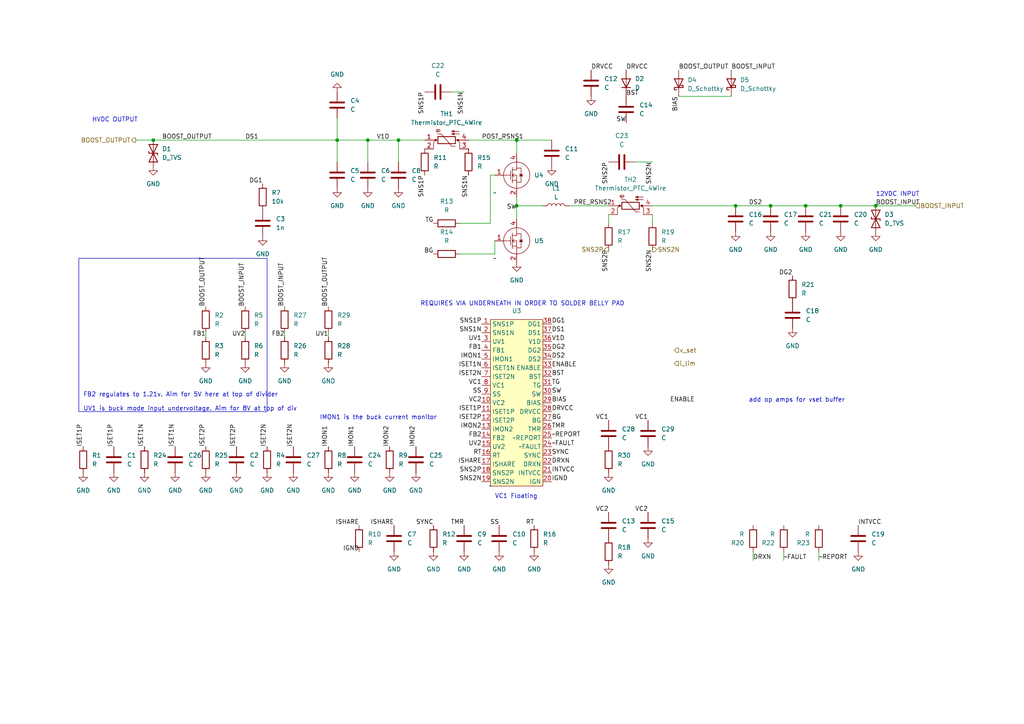
<source format=kicad_sch>
(kicad_sch (version 20230121) (generator eeschema)
  (paper "A4")
  (lib_symbols
    (symbol "Device:C" (pin_numbers hide) (pin_names (offset 0.254))
      (property "Reference" "C" (at 0.635 2.54 0))
      (property "Value" "C" (at 0.635 -2.54 0))
      (symbol "C_1_1"
        (pin passive line (at 0 3.81 270) (length 2.794) (name "~") (number "1"))
        (pin passive line (at 0 -3.81 90) (length 2.794) (name "~") (number "2"))
      )
    )
    (symbol "Device:D" (pin_numbers hide) (pin_names (offset 1.016) hide)
      (property "Reference" "D" (at 0 2.54 0))
      (property "Value" "D" (at 0 -2.54 0))
      (symbol "D_1_1"
        (pin passive line (at -3.81 0 0) (length 2.54) (name "K") (number "1"))
        (pin passive line (at 3.81 0 180) (length 2.54) (name "A") (number "2"))
      )
    )
    (symbol "Device:D_Schottky" (pin_numbers hide) (pin_names (offset 1.016) hide)
      (property "Reference" "D" (at 0 2.54 0))
      (property "Value" "D_Schottky" (at 0 -2.54 0))
      (symbol "D_Schottky_1_1"
        (pin passive line (at -3.81 0 0) (length 2.54) (name "K") (number "1"))
        (pin passive line (at 3.81 0 180) (length 2.54) (name "A") (number "2"))
      )
    )
    (symbol "Device:D_TVS" (pin_numbers hide) (pin_names (offset 1.016) hide)
      (property "Reference" "D" (at 0 2.54 0))
      (property "Value" "D_TVS" (at 0 -2.54 0))
      (symbol "D_TVS_1_1"
        (pin passive line (at -3.81 0 0) (length 2.54) (name "A1") (number "1"))
        (pin passive line (at 3.81 0 180) (length 2.54) (name "A2") (number "2"))
      )
    )
    (symbol "Device:L" (pin_numbers hide) (pin_names (offset 1.016) hide)
      (property "Reference" "L" (at -1.27 0 90))
      (property "Value" "L" (at 1.905 0 90))
      (symbol "L_1_1"
        (pin passive line (at 0 3.81 270) (length 1.27) (name "1") (number "1"))
        (pin passive line (at 0 -3.81 90) (length 1.27) (name "2") (number "2"))
      )
    )
    (symbol "Device:R" (pin_numbers hide) (pin_names (offset 0))
      (property "Reference" "R" (at 2.032 0 90))
      (property "Value" "R" (at 0 0 90))
      (symbol "R_1_1"
        (pin passive line (at 0 3.81 270) (length 1.27) (name "~") (number "1"))
        (pin passive line (at 0 -3.81 90) (length 1.27) (name "~") (number "2"))
      )
    )
    (symbol "Device:Thermistor_PTC_4Wire" (pin_names (offset 0))
      (property "Reference" "TH" (at 1.905 1.905 0))
      (property "Value" "Thermistor_PTC_4Wire" (at 1.905 -0.635 0))
      (symbol "Thermistor_PTC_4Wire_1_1"
        (pin passive line (at 0 6.35 270) (length 2.54) (name "~") (number "1"))
        (pin passive line (at 2.54 6.35 270) (length 2.54) (name "~") (number "2"))
        (pin passive line (at 2.54 -6.35 90) (length 2.54) (name "~") (number "3"))
        (pin passive line (at 0 -6.35 90) (length 2.54) (name "~") (number "4"))
      )
    )
    (symbol "my parts:IPB032N10N5"
      (property "Reference" "U" (at 0 0 0))
      (symbol "IPB032N10N5_1_1"
        (pin input line (at 0 5.08 0) (length 2.54) (name "") (number "1"))
        (pin input line (at 6.35 -1.27 90) (length 2.54) (name "") (number "2"))
        (pin input line (at 6.35 -1.27 90) (length 2.54) hide (name "") (number "3"))
        (pin input line (at 6.35 11.43 270) (length 2.54) (name "") (number "4"))
        (pin input line (at 6.35 -1.27 90) (length 2.54) hide (name "") (number "5"))
        (pin input line (at 6.35 -1.27 90) (length 2.54) hide (name "") (number "6"))
        (pin input line (at 6.35 -1.27 90) (length 2.54) hide (name "") (number "7"))
      )
    )
    (symbol "my parts:LT8228"
      (property "Reference" "U" (at 0 0 0))
      (symbol "LT8228_1_1"
        (pin input line (at -2.54 46.99 0) (length 2.54) (name "SNS1P") (number "1"))
        (pin input line (at -2.54 24.13 0) (length 2.54) (name "VC2") (number "10"))
        (pin input line (at -2.54 21.59 0) (length 2.54) (name "ISET1P") (number "11"))
        (pin input line (at -2.54 19.05 0) (length 2.54) (name "ISET2P") (number "12"))
        (pin input line (at -2.54 16.51 0) (length 2.54) (name "IMON2") (number "13"))
        (pin input line (at -2.54 13.97 0) (length 2.54) (name "FB2") (number "14"))
        (pin input line (at -2.54 11.43 0) (length 2.54) (name "UV2") (number "15"))
        (pin input line (at -2.54 8.89 0) (length 2.54) (name "RT") (number "16"))
        (pin input line (at -2.54 6.35 0) (length 2.54) (name "ISHARE") (number "17"))
        (pin input line (at -2.54 3.81 0) (length 2.54) (name "SNS2P") (number "18"))
        (pin input line (at -2.54 1.27 0) (length 2.54) (name "SNS2N") (number "19"))
        (pin input line (at -2.54 44.45 0) (length 2.54) (name "SNS1N") (number "2"))
        (pin input line (at 17.78 1.27 180) (length 2.54) (name "IGN") (number "20"))
        (pin input line (at 17.78 3.81 180) (length 2.54) (name "INTVCC") (number "21"))
        (pin input line (at 17.78 6.35 180) (length 2.54) (name "DRXN") (number "22"))
        (pin input line (at 17.78 8.89 180) (length 2.54) (name "SYNC") (number "23"))
        (pin input line (at 17.78 11.43 180) (length 2.54) (name "~FAULT") (number "24"))
        (pin input line (at 17.78 13.97 180) (length 2.54) (name "~REPORT") (number "25"))
        (pin input line (at 17.78 16.51 180) (length 2.54) (name "TMR") (number "26"))
        (pin input line (at 17.78 19.05 180) (length 2.54) (name "BG") (number "27"))
        (pin input line (at 17.78 21.59 180) (length 2.54) (name "DRVCC") (number "28"))
        (pin input line (at 17.78 24.13 180) (length 2.54) (name "BIAS") (number "29"))
        (pin input line (at -2.54 41.91 0) (length 2.54) (name "UV1") (number "3"))
        (pin input line (at 17.78 26.67 180) (length 2.54) (name "SW") (number "30"))
        (pin input line (at 17.78 29.21 180) (length 2.54) (name "TG") (number "31"))
        (pin input line (at 17.78 31.75 180) (length 2.54) (name "BST") (number "32"))
        (pin input line (at 17.78 34.29 180) (length 2.54) (name "ENABLE") (number "33"))
        (pin input line (at 17.78 36.83 180) (length 2.54) (name "DS2") (number "34"))
        (pin input line (at 17.78 39.37 180) (length 2.54) (name "DG2") (number "35"))
        (pin input line (at 17.78 41.91 180) (length 2.54) (name "V1D") (number "36"))
        (pin input line (at 17.78 44.45 180) (length 2.54) (name "DS1") (number "37"))
        (pin input line (at 17.78 46.99 180) (length 2.54) (name "DG1") (number "38"))
        (pin input line (at -2.54 39.37 0) (length 2.54) (name "FB1") (number "4"))
        (pin input line (at -2.54 36.83 0) (length 2.54) (name "IMON1") (number "5"))
        (pin input line (at -2.54 34.29 0) (length 2.54) (name "ISET1N") (number "6"))
        (pin input line (at -2.54 31.75 0) (length 2.54) (name "ISET2N") (number "7"))
        (pin input line (at -2.54 29.21 0) (length 2.54) (name "VC1") (number "8"))
        (pin input line (at -2.54 26.67 0) (length 2.54) (name "SS") (number "9"))
      )
    )
    (symbol "power:GND" (power) (pin_names (offset 0))
      (property "Value" "GND" (at 0 -3.81 0))
      (symbol "GND_1_1"
        (pin power_in line (at 0 0 270) (length 0) hide (name "GND") (number "1"))
      )
    )
  )
  (junction (at 149.86 59.69))
  (junction (at 106.68 40.64))
  (junction (at 233.68 59.69))
  (junction (at 44.45 40.64))
  (junction (at 115.57 40.64))
  (junction (at 149.86 40.64))
  (junction (at 223.52 59.69))
  (junction (at 243.84 59.69))
  (junction (at 213.36 59.69))
  (junction (at 97.79 40.64))
  (junction (at 254 59.69))
  (wire (pts (xy 237.49 160.02) (xy 237.49 162.56)))
  (wire (pts (xy 176.53 64.77) (xy 176.53 62.23)))
  (wire (pts (xy 142.24 50.8) (xy 142.24 64.77)))
  (wire (pts (xy 142.24 64.77) (xy 133.35 64.77)))
  (wire (pts (xy 115.57 40.64) (xy 115.57 46.99)))
  (wire (pts (xy 82.55 96.52) (xy 82.55 97.79)))
  (wire (pts (xy 189.23 64.77) (xy 189.23 62.23)))
  (wire (pts (xy 213.36 59.69) (xy 223.52 59.69)))
  (wire (pts (xy 227.33 160.02) (xy 227.33 162.56)))
  (wire (pts (xy 223.52 59.69) (xy 233.68 59.69)))
  (wire (pts (xy 243.84 59.69) (xy 254 59.69)))
  (wire (pts (xy 233.68 59.69) (xy 243.84 59.69)))
  (wire (pts (xy 97.79 34.29) (xy 97.79 40.64)))
  (wire (pts (xy 106.68 40.64) (xy 106.68 46.99)))
  (wire (pts (xy 184.15 46.99) (xy 189.23 46.99)))
  (wire (pts (xy 143.51 73.66) (xy 143.51 69.85)))
  (wire (pts (xy 149.86 40.64) (xy 160.02 40.64)))
  (wire (pts (xy 39.37 40.64) (xy 44.45 40.64)))
  (wire (pts (xy 115.57 40.64) (xy 123.19 40.64)))
  (wire (pts (xy 149.86 40.64) (xy 149.86 44.45)))
  (wire (pts (xy 133.35 73.66) (xy 143.51 73.66)))
  (wire (pts (xy 149.86 59.69) (xy 149.86 63.5)))
  (wire (pts (xy 59.69 96.52) (xy 59.69 97.79)))
  (wire (pts (xy 44.45 40.64) (xy 97.79 40.64)))
  (wire (pts (xy 149.86 57.15) (xy 149.86 59.69)))
  (wire (pts (xy 196.85 27.94) (xy 212.09 27.94)))
  (wire (pts (xy 165.1 59.69) (xy 176.53 59.69)))
  (wire (pts (xy 149.86 59.69) (xy 157.48 59.69)))
  (wire (pts (xy 106.68 40.64) (xy 115.57 40.64)))
  (wire (pts (xy 95.25 96.52) (xy 95.25 97.79)))
  (wire (pts (xy 143.51 50.8) (xy 142.24 50.8)))
  (wire (pts (xy 71.12 96.52) (xy 71.12 97.79)))
  (wire (pts (xy 189.23 59.69) (xy 213.36 59.69)))
  (wire (pts (xy 97.79 40.64) (xy 106.68 40.64)))
  (wire (pts (xy 130.81 26.67) (xy 134.62 26.67)))
  (wire (pts (xy 218.44 162.56) (xy 218.44 160.02)))
  (wire (pts (xy 135.89 40.64) (xy 149.86 40.64)))
  (wire (pts (xy 97.79 40.64) (xy 97.79 46.99)))
  (wire (pts (xy 254 59.69) (xy 265.43 59.69)))
  (rectangle (start 22.86 74.93) (end 77.47 119.38))
  (text "IMON1 is the buck current monitor" (at 92.71 121.92 0) (effects (font (size 1.27 1.27)) (justify left bottom)))
  (text "REQUIRES VIA UNDERNEATH IN ORDER TO SOLDER BELLY PAD" (at 121.92 88.9 0) (effects (font (size 1.27 1.27)) (justify left bottom)))
  (text "HVDC OUTPUT" (at 26.67 35.56 0) (effects (font (size 1.27 1.27)) (justify left bottom)))
  (text "VC1 Floating\n" (at 143.51 144.78 0) (effects (font (size 1.27 1.27)) (justify left bottom)))
  (text "FB2 regulates to 1.21v. Aim for 5V here at top of divider\n\nUV1 is buck mode input undervoltage. Aim for 8V at top of div" (at 24.13 119.38 0) (effects (font (size 1.27 1.27)) (justify left bottom)))
  (text "add op amps for vset buffer" (at 217.17 116.84 0) (effects (font (size 1.27 1.27)) (justify left bottom)))
  (text "12VDC INPUT\n" (at 254 57.15 0) (effects (font (size 1.27 1.27)) (justify left bottom)))
  (label "SW" (at 181.61 35.56 180))
  (label "SS" (at 139.7 114.3 180))
  (label "VC2" (at 139.7 116.84 180))
  (label "SNS2N" (at 139.7 139.7 180))
  (label "~REPORT" (at 237.49 162.56 0))
  (label "IMON1" (at 139.7 104.14 180))
  (label "IGND" (at 104.14 160.02 180))
  (label "ENABLE" (at 160.02 106.68 0))
  (label "PRE_RSNS2" (at 166.37 59.69 0))
  (label "SNS2N" (at 189.23 72.39 270))
  (label "IMON2" (at 113.03 129.54 90))
  (label "IMON1" (at 95.25 129.54 90))
  (label "SNS2P" (at 139.7 137.16 180))
  (label "TG" (at 160.02 111.76 0))
  (label "IMON1" (at 102.87 129.54 90))
  (label "ISHARE" (at 139.7 134.62 180))
  (label "SNS1N" (at 139.7 96.52 180))
  (label "ISET1N" (at 41.91 129.54 90))
  (label "ISET2N" (at 77.47 129.54 90))
  (label "SNS1N" (at 135.89 50.8 270))
  (label "ISET2N" (at 139.7 109.22 180))
  (label "BOOST_OUTPUT" (at 196.85 20.32 0))
  (label "UV2" (at 139.7 129.54 180))
  (label "SNS2P" (at 176.53 46.99 270))
  (label "ISHARE" (at 104.14 152.4 180))
  (label "SNS1P" (at 123.19 26.67 270))
  (label "FB2" (at 82.55 97.79 180))
  (label "BOOST_OUTPUT" (at 95.25 88.9 90))
  (label "RT" (at 154.94 152.4 180))
  (label "RT" (at 139.7 132.08 180))
  (label "ISET2P" (at 59.69 129.54 90))
  (label "TG" (at 125.73 64.77 180))
  (label "ISET1P" (at 139.7 119.38 180))
  (label "VC1" (at 187.96 121.92 180))
  (label "DRVCC" (at 181.61 20.32 0))
  (label "V1D" (at 109.22 40.64 0))
  (label "SNS1P" (at 123.19 50.8 270))
  (label "UV1" (at 95.25 97.79 180))
  (label "SNS1N" (at 134.62 26.67 270))
  (label "BG" (at 125.73 73.66 180))
  (label "SYNC" (at 160.02 132.08 0))
  (label "VC2" (at 176.53 148.59 180))
  (label "ISET2N" (at 85.09 129.54 90))
  (label "DG2" (at 160.02 101.6 0))
  (label "SW" (at 160.02 114.3 0))
  (label "SNS1P" (at 139.7 93.98 180))
  (label "POST_RSNS1" (at 139.7 40.64 0))
  (label "DS1" (at 160.02 96.52 0))
  (label "UV1" (at 139.7 99.06 180))
  (label "BOOST_INPUT" (at 71.12 88.9 90))
  (label "ISHARE" (at 114.3 152.4 180))
  (label "BOOST_INPUT" (at 82.55 88.9 90))
  (label "SYNC" (at 125.73 152.4 180))
  (label "DS2" (at 160.02 104.14 0))
  (label "DRXN" (at 218.44 162.56 0))
  (label "V1D" (at 160.02 99.06 0))
  (label "IMON2" (at 120.65 129.54 90))
  (label "UV2" (at 71.12 97.79 180))
  (label "FB2" (at 139.7 127 180))
  (label "SNS2P" (at 176.53 72.39 270))
  (label "TMR" (at 134.62 152.4 180))
  (label "ISET1P" (at 33.02 129.54 90))
  (label "DRXN" (at 160.02 134.62 0))
  (label "SNS2N" (at 189.23 46.99 270))
  (label "BOOST_INPUT" (at 212.09 20.32 0))
  (label "VC1" (at 139.7 111.76 180))
  (label "BOOST_OUTPUT" (at 59.69 88.9 90))
  (label "FB1" (at 139.7 101.6 180))
  (label "ISET2P" (at 68.58 129.54 90))
  (label "~FAULT" (at 160.02 129.54 0))
  (label "IMON2" (at 139.7 124.46 180))
  (label "~FAULT" (at 227.33 162.56 0))
  (label "DG1" (at 76.2 53.34 180))
  (label "DS2" (at 217.17 59.69 0))
  (label "DRVCC" (at 160.02 119.38 0))
  (label "IGND" (at 160.02 139.7 0))
  (label "ISET1N" (at 50.8 129.54 90))
  (label "ENABLE" (at 194.31 116.84 0))
  (label "TMR" (at 160.02 124.46 0))
  (label "BOOST_INPUT" (at 254 59.69 0))
  (label "~REPORT" (at 160.02 127 0))
  (label "BST" (at 160.02 109.22 0))
  (label "ISET1P" (at 24.13 129.54 90))
  (label "SS" (at 144.78 152.4 180))
  (label "ISET1N" (at 139.7 106.68 180))
  (label "FB1" (at 59.69 97.79 180))
  (label "DRVCC" (at 171.45 20.32 0))
  (label "DG1" (at 160.02 93.98 0))
  (label "DS1" (at 71.12 40.64 0))
  (label "ISET2P" (at 139.7 121.92 180))
  (label "DG2" (at 229.87 80.01 180))
  (label "BIAS" (at 160.02 116.84 0))
  (label "VC1" (at 176.53 121.92 180))
  (label "INTVCC" (at 248.92 152.4 0))
  (label "BOOST_OUTPUT" (at 46.99 40.64 0))
  (label "BIAS" (at 196.85 27.94 270))
  (label "BST" (at 181.61 27.94 0))
  (label "VC2" (at 187.96 148.59 180))
  (label "INTVCC" (at 160.02 137.16 0))
  (label "SW" (at 149.86 60.96 180))
  (label "BG" (at 160.02 121.92 0))
  (hierarchical_label "SNS2N" (shape output) (at 189.23 72.39 0))
  (hierarchical_label "i_lim" (shape input) (at 195.58 105.41 0))
  (hierarchical_label "BOOST_INPUT" (shape input) (at 265.43 59.69 0))
  (hierarchical_label "v_set" (shape input) (at 195.58 101.6 0))
  (hierarchical_label "SNS2P" (shape output) (at 176.53 72.39 180))
  (hierarchical_label "BOOST_OUTPUT" (shape output) (at 39.37 40.64 180))
  (symbol (lib_id "power:GND") (at 68.58 137.16 0) (unit 1)
    (property "Reference" "#PWR06" (effects hide))
    (property "Value" "GND" (at 68.58 142.24 0))
    (instances (project "fuck_it_psu-2" (path "" (reference "#PWR06") (unit 1))) (project "hp_common_slot" (path "" (reference "#PWR020") (unit 1))))
  )
  (symbol (lib_id "my parts:LT8228") (at 142.24 140.97 0) (unit 1)
    (property "Reference" "U3" (at 149.86 90.17 0))
    (property "Value" "~" (at 142.24 140.97 0))
    (property "Footprint" "Package_SO:TSSOP-38_4.4x9.7mm_P0.5mm" (effects hide))
    (instances (project "fuck_it_psu-2" (path "" (reference "U3") (unit 1))) (project "hp_common_slot" (path "" (reference "U1") (unit 1)) (path "" (reference "U2") (unit 1)) (path "" (reference "U4") (unit 1))))
  )
  (symbol (lib_id "Device:C") (at 176.53 152.4 0) (unit 1)
    (property "Reference" "C13" (at 180.34 151.13 0) (effects (justify left)))
    (property "Value" "C" (at 180.34 153.67 0) (effects (justify left)))
    (property "Footprint" "Capacitor_SMD:C_0603_1608Metric_Pad1.08x0.95mm_HandSolder" (effects hide))
    (instances (project "fuck_it_psu-2" (path "" (reference "C13") (unit 1))) (project "hp_common_slot" (path "" (reference "C24") (unit 1))))
  )
  (symbol (lib_id "power:GND") (at 82.55 105.41 0) (unit 1)
    (property "Reference" "#PWR010" (effects hide))
    (property "Value" "GND" (at 82.55 110.49 0))
    (instances (project "fuck_it_psu-2" (path "" (reference "#PWR010") (unit 1))) (project "hp_common_slot" (path "" (reference "#PWR039") (unit 1))))
  )
  (symbol (lib_id "power:GND") (at 187.96 129.54 0) (unit 1)
    (property "Reference" "#PWR041" (effects hide))
    (property "Value" "GND" (at 187.96 134.62 0))
    (instances (project "fuck_it_psu-2" (path "" (reference "#PWR041") (unit 1))) (project "hp_common_slot" (path "" (reference "#PWR035") (unit 1))))
  )
  (symbol (lib_id "power:GND") (at 176.53 163.83 0) (unit 1)
    (property "Reference" "#PWR025" (effects hide))
    (property "Value" "GND" (at 176.53 168.91 0))
    (instances (project "fuck_it_psu-2" (path "" (reference "#PWR025") (unit 1))) (project "hp_common_slot" (path "" (reference "#PWR034") (unit 1))))
  )
  (symbol (lib_id "Device:R") (at 82.55 101.6 180) (unit 1)
    (property "Reference" "R26" (at 85.09 100.33 0) (effects (justify right)))
    (property "Value" "R" (at 85.09 102.87 0) (effects (justify right)))
    (property "Footprint" "Resistor_SMD:R_0603_1608Metric_Pad0.98x0.95mm_HandSolder" (effects hide))
    (instances (project "fuck_it_psu-2" (path "" (reference "R26") (unit 1))) (project "hp_common_slot" (path "" (reference "R30") (unit 1))))
  )
  (symbol (lib_id "Device:C") (at 76.2 64.77 0) (unit 1)
    (property "Reference" "C3" (at 80.01 63.5 0) (effects (justify left)))
    (property "Value" "1n" (at 80.01 66.04 0) (effects (justify left)))
    (property "Footprint" "Capacitor_SMD:C_0603_1608Metric_Pad1.08x0.95mm_HandSolder" (effects hide))
    (instances (project "fuck_it_psu-2" (path "" (reference "C3") (unit 1))) (project "hp_common_slot" (path "" (reference "C8") (unit 1))))
  )
  (symbol (lib_id "Device:R") (at 95.25 101.6 180) (unit 1)
    (property "Reference" "R28" (at 97.79 100.33 0) (effects (justify right)))
    (property "Value" "R" (at 97.79 102.87 0) (effects (justify right)))
    (property "Footprint" "Resistor_SMD:R_0603_1608Metric_Pad0.98x0.95mm_HandSolder" (effects hide))
    (instances (project "fuck_it_psu-2" (path "" (reference "R28") (unit 1))) (project "hp_common_slot" (path "" (reference "R30") (unit 1))))
  )
  (symbol (lib_id "power:GND") (at 59.69 137.16 0) (unit 1)
    (property "Reference" "#PWR05" (effects hide))
    (property "Value" "GND" (at 59.69 142.24 0))
    (instances (project "fuck_it_psu-2" (path "" (reference "#PWR05") (unit 1))) (project "hp_common_slot" (path "" (reference "#PWR019") (unit 1))))
  )
  (symbol (lib_id "Device:C") (at 85.09 133.35 0) (unit 1)
    (property "Reference" "C27" (at 88.9 132.08 0) (effects (justify left)))
    (property "Value" "C" (at 88.9 134.62 0) (effects (justify left)))
    (property "Footprint" "Capacitor_SMD:C_0603_1608Metric_Pad1.08x0.95mm_HandSolder" (effects hide))
    (instances (project "fuck_it_psu-2" (path "" (reference "C27") (unit 1))) (project "hp_common_slot" (path "" (reference "C13") (unit 1))))
  )
  (symbol (lib_id "power:GND") (at 115.57 54.61 0) (unit 1)
    (property "Reference" "#PWR017" (effects hide))
    (property "Value" "GND" (at 115.57 59.69 0))
    (instances (project "fuck_it_psu-2" (path "" (reference "#PWR017") (unit 1))) (project "hp_common_slot" (path "" (reference "#PWR04") (unit 1))))
  )
  (symbol (lib_id "Device:R") (at 237.49 156.21 0) (unit 1)
    (property "Reference" "R23" (at 234.95 157.48 0) (effects (justify right)))
    (property "Value" "R" (at 234.95 154.94 0) (effects (justify right)))
    (property "Footprint" "Resistor_SMD:R_0603_1608Metric_Pad0.98x0.95mm_HandSolder" (effects hide))
    (instances (project "fuck_it_psu-2" (path "" (reference "R23") (unit 1))) (project "hp_common_slot" (path "" (reference "R28") (unit 1))))
  )
  (symbol (lib_id "power:GND") (at 149.86 76.2 0) (unit 1)
    (property "Reference" "#PWR021" (effects hide))
    (property "Value" "GND" (at 149.86 81.28 0))
    (instances (project "fuck_it_psu-2" (path "" (reference "#PWR021") (unit 1))) (project "hp_common_slot" (path "" (reference "#PWR08") (unit 1))))
  )
  (symbol (lib_id "Device:R") (at 76.2 57.15 180) (unit 1)
    (property "Reference" "R7" (at 78.74 55.88 0) (effects (justify right)))
    (property "Value" "10k" (at 78.74 58.42 0) (effects (justify right)))
    (property "Footprint" "Resistor_SMD:R_0603_1608Metric_Pad0.98x0.95mm_HandSolder" (effects hide))
    (instances (project "fuck_it_psu-2" (path "" (reference "R7") (unit 1))) (project "hp_common_slot" (path "" (reference "R3") (unit 1))))
  )
  (symbol (lib_id "Device:R") (at 123.19 46.99 180) (unit 1)
    (property "Reference" "R11" (at 125.73 45.72 0) (effects (justify right)))
    (property "Value" "R" (at 125.73 48.26 0) (effects (justify right)))
    (property "Footprint" "Resistor_SMD:R_0603_1608Metric_Pad0.98x0.95mm_HandSolder" (effects hide))
    (instances (project "fuck_it_psu-2" (path "" (reference "R11") (unit 1))) (project "hp_common_slot" (path "" (reference "R4") (unit 1))))
  )
  (symbol (lib_id "power:GND") (at 125.73 160.02 0) (unit 1)
    (property "Reference" "#PWR018" (effects hide))
    (property "Value" "GND" (at 125.73 165.1 0))
    (instances (project "fuck_it_psu-2" (path "" (reference "#PWR018") (unit 1))) (project "hp_common_slot" (path "" (reference "#PWR028") (unit 1))))
  )
  (symbol (lib_id "Device:L") (at 161.29 59.69 90) (unit 1)
    (property "Reference" "L1" (at 161.29 54.61 90))
    (property "Value" "L" (at 161.29 57.15 90))
    (property "Footprint" "Inductor_SMD:L_Coilcraft_XAL1580-102" (effects hide))
  )
  (symbol (lib_id "power:GND") (at 24.13 137.16 0) (unit 1)
    (property "Reference" "#PWR01" (effects hide))
    (property "Value" "GND" (at 24.13 142.24 0))
    (instances (project "fuck_it_psu-2" (path "" (reference "#PWR01") (unit 1))) (project "hp_common_slot" (path "" (reference "#PWR015") (unit 1))))
  )
  (symbol (lib_id "Device:C") (at 180.34 46.99 90) (unit 1)
    (property "Reference" "C23" (at 180.34 39.37 90))
    (property "Value" "C" (at 180.34 41.91 90))
    (property "Footprint" "Capacitor_SMD:C_0603_1608Metric_Pad1.08x0.95mm_HandSolder" (effects hide))
    (instances (project "fuck_it_psu-2" (path "" (reference "C23") (unit 1))) (project "hp_common_slot" (path "" (reference "C9") (unit 1))))
  )
  (symbol (lib_id "my parts:IPB032N10N5") (at 143.51 74.93 0) (unit 1)
    (property "Reference" "U5" (at 154.94 69.85 0) (effects (justify left)))
    (property "Value" "~" (at 143.51 74.93 0))
    (property "Footprint" "Package_TO_SOT_SMD:TO-263-6" (effects hide))
    (instances (project "fuck_it_psu-2" (path "" (reference "U5") (unit 1))) (project "hp_common_slot" (path "" (reference "U2") (unit 1)) (path "" (reference "U1") (unit 1)) (path "" (reference "U7") (unit 1))))
  )
  (symbol (lib_id "Device:R") (at 95.25 92.71 180) (unit 1)
    (property "Reference" "R29" (at 97.79 91.44 0) (effects (justify right)))
    (property "Value" "R" (at 97.79 93.98 0) (effects (justify right)))
    (property "Footprint" "Resistor_SMD:R_0603_1608Metric_Pad0.98x0.95mm_HandSolder" (effects hide))
    (instances (project "fuck_it_psu-2" (path "" (reference "R29") (unit 1))) (project "hp_common_slot" (path "" (reference "R30") (unit 1))))
  )
  (symbol (lib_id "power:GND") (at 144.78 160.02 0) (unit 1)
    (property "Reference" "#PWR020" (effects hide))
    (property "Value" "GND" (at 144.78 165.1 0))
    (instances (project "fuck_it_psu-2" (path "" (reference "#PWR020") (unit 1))) (project "hp_common_slot" (path "" (reference "#PWR030") (unit 1))))
  )
  (symbol (lib_id "Device:R") (at 41.91 133.35 180) (unit 1)
    (property "Reference" "R24" (at 44.45 132.08 0) (effects (justify right)))
    (property "Value" "R" (at 44.45 134.62 0) (effects (justify right)))
    (property "Footprint" "Resistor_SMD:R_0603_1608Metric_Pad0.98x0.95mm_HandSolder" (effects hide))
    (instances (project "fuck_it_psu-2" (path "" (reference "R24") (unit 1))) (project "hp_common_slot" (path "" (reference "R15") (unit 1))))
  )
  (symbol (lib_id "power:GND") (at 120.65 137.16 0) (unit 1)
    (property "Reference" "#PWR037" (effects hide))
    (property "Value" "GND" (at 120.65 142.24 0))
    (instances (project "fuck_it_psu-2" (path "" (reference "#PWR037") (unit 1))) (project "hp_common_slot" (path "" (reference "#PWR025") (unit 1))))
  )
  (symbol (lib_id "power:GND") (at 113.03 137.16 0) (unit 1)
    (property "Reference" "#PWR014" (effects hide))
    (property "Value" "GND" (at 113.03 142.24 0))
    (instances (project "fuck_it_psu-2" (path "" (reference "#PWR014") (unit 1))) (project "hp_common_slot" (path "" (reference "#PWR025") (unit 1))))
  )
  (symbol (lib_id "power:GND") (at 102.87 137.16 0) (unit 1)
    (property "Reference" "#PWR036" (effects hide))
    (property "Value" "GND" (at 102.87 142.24 0))
    (instances (project "fuck_it_psu-2" (path "" (reference "#PWR036") (unit 1))) (project "hp_common_slot" (path "" (reference "#PWR023") (unit 1))))
  )
  (symbol (lib_id "power:GND") (at 59.69 105.41 0) (unit 1)
    (property "Reference" "#PWR04" (effects hide))
    (property "Value" "GND" (at 59.69 110.49 0))
    (instances (project "fuck_it_psu-2" (path "" (reference "#PWR04") (unit 1))) (project "hp_common_slot" (path "" (reference "#PWR037") (unit 1))))
  )
  (symbol (lib_id "power:GND") (at 229.87 95.25 0) (unit 1)
    (property "Reference" "#PWR029" (effects hide))
    (property "Value" "GND" (at 229.87 100.33 0))
    (instances (project "fuck_it_psu-2" (path "" (reference "#PWR029") (unit 1))) (project "hp_common_slot" (path "" (reference "#PWR012") (unit 1))))
  )
  (symbol (lib_id "power:GND") (at 106.68 54.61 0) (unit 1)
    (property "Reference" "#PWR015" (effects hide))
    (property "Value" "GND" (at 106.68 59.69 0))
    (instances (project "fuck_it_psu-2" (path "" (reference "#PWR015") (unit 1))) (project "hp_common_slot" (path "" (reference "#PWR03") (unit 1))))
  )
  (symbol (lib_id "Device:C") (at 248.92 156.21 0) (unit 1)
    (property "Reference" "C19" (at 252.73 154.94 0) (effects (justify left)))
    (property "Value" "C" (at 252.73 157.48 0) (effects (justify left)))
    (property "Footprint" "Capacitor_SMD:C_0603_1608Metric_Pad1.08x0.95mm_HandSolder" (effects hide))
    (instances (project "fuck_it_psu-2" (path "" (reference "C19") (unit 1))) (project "hp_common_slot" (path "" (reference "C26") (unit 1))))
  )
  (symbol (lib_id "power:GND") (at 233.68 67.31 0) (unit 1)
    (property "Reference" "#PWR033" (effects hide))
    (property "Value" "GND" (at 233.68 72.39 0))
    (instances (project "fuck_it_psu-2" (path "" (reference "#PWR033") (unit 1))) (project "hp_common_slot" (path "" (reference "#PWR01") (unit 1))))
  )
  (symbol (lib_id "Device:C") (at 134.62 156.21 0) (unit 1)
    (property "Reference" "C9" (at 138.43 154.94 0) (effects (justify left)))
    (property "Value" "C" (at 138.43 157.48 0) (effects (justify left)))
    (property "Footprint" "Capacitor_SMD:C_0603_1608Metric_Pad1.08x0.95mm_HandSolder" (effects hide))
    (instances (project "fuck_it_psu-2" (path "" (reference "C9") (unit 1))) (project "hp_common_slot" (path "" (reference "C20") (unit 1))))
  )
  (symbol (lib_id "power:GND") (at 95.25 137.16 0) (unit 1)
    (property "Reference" "#PWR011" (effects hide))
    (property "Value" "GND" (at 95.25 142.24 0))
    (instances (project "fuck_it_psu-2" (path "" (reference "#PWR011") (unit 1))) (project "hp_common_slot" (path "" (reference "#PWR023") (unit 1))))
  )
  (symbol (lib_id "power:GND") (at 76.2 68.58 0) (unit 1)
    (property "Reference" "#PWR08" (effects hide))
    (property "Value" "GND" (at 76.2 73.66 0))
    (instances (project "fuck_it_psu-2" (path "" (reference "#PWR08") (unit 1))) (project "hp_common_slot" (path "" (reference "#PWR09") (unit 1))))
  )
  (symbol (lib_id "Device:C") (at 50.8 133.35 0) (unit 1)
    (property "Reference" "C26" (at 54.61 132.08 0) (effects (justify left)))
    (property "Value" "C" (at 54.61 134.62 0) (effects (justify left)))
    (property "Footprint" "Capacitor_SMD:C_0603_1608Metric_Pad1.08x0.95mm_HandSolder" (effects hide))
    (instances (project "fuck_it_psu-2" (path "" (reference "C26") (unit 1))) (project "hp_common_slot" (path "" (reference "C13") (unit 1))))
  )
  (symbol (lib_id "Device:D_TVS") (at 44.45 44.45 270) (unit 1)
    (property "Reference" "D1" (at 46.99 43.18 90) (effects (justify left)))
    (property "Value" "D_TVS" (at 46.99 45.72 90) (effects (justify left)))
    (property "Footprint" "Diode_SMD:D_1206_3216Metric_Pad1.42x1.75mm_HandSolder" (effects hide))
  )
  (symbol (lib_id "Device:C") (at 229.87 91.44 0) (unit 1)
    (property "Reference" "C18" (at 233.68 90.17 0) (effects (justify left)))
    (property "Value" "C" (at 233.68 92.71 0) (effects (justify left)))
    (property "Footprint" "Capacitor_SMD:C_0603_1608Metric_Pad1.08x0.95mm_HandSolder" (effects hide))
    (instances (project "fuck_it_psu-2" (path "" (reference "C18") (unit 1))) (project "hp_common_slot" (path "" (reference "C12") (unit 1))))
  )
  (symbol (lib_id "Device:C") (at 243.84 63.5 0) (unit 1)
    (property "Reference" "C20" (at 247.65 62.23 0) (effects (justify left)))
    (property "Value" "C" (at 247.65 64.77 0) (effects (justify left)))
    (property "Footprint" "Capacitor_SMD:C_2220_5650Metric_Pad1.97x5.40mm_HandSolder" (effects hide))
    (instances (project "fuck_it_psu-2" (path "" (reference "C20") (unit 1))) (project "hp_common_slot" (path "" (reference "C22") (unit 1))))
  )
  (symbol (lib_id "Device:C") (at 106.68 50.8 0) (unit 1)
    (property "Reference" "C6" (at 110.49 49.53 0) (effects (justify left)))
    (property "Value" "C" (at 110.49 52.07 0) (effects (justify left)))
    (property "Footprint" "Capacitor_SMD:C_2220_5650Metric_Pad1.97x5.40mm_HandSolder" (effects hide))
    (instances (project "fuck_it_psu-2" (path "" (reference "C6") (unit 1))) (project "hp_common_slot" (path "" (reference "C3") (unit 1))))
  )
  (symbol (lib_id "Device:C") (at 144.78 156.21 0) (unit 1)
    (property "Reference" "C10" (at 148.59 154.94 0) (effects (justify left)))
    (property "Value" "C" (at 148.59 157.48 0) (effects (justify left)))
    (property "Footprint" "Capacitor_SMD:C_0603_1608Metric_Pad1.08x0.95mm_HandSolder" (effects hide))
    (instances (project "fuck_it_psu-2" (path "" (reference "C10") (unit 1))) (project "hp_common_slot" (path "" (reference "C21") (unit 1))))
  )
  (symbol (lib_id "power:GND") (at 248.92 160.02 0) (unit 1)
    (property "Reference" "#PWR031" (effects hide))
    (property "Value" "GND" (at 248.92 165.1 0))
    (instances (project "fuck_it_psu-2" (path "" (reference "#PWR031") (unit 1))) (project "hp_common_slot" (path "" (reference "#PWR036") (unit 1))))
  )
  (symbol (lib_id "power:GND") (at 44.45 48.26 0) (unit 1)
    (property "Reference" "#PWR034" (effects hide))
    (property "Value" "GND" (at 44.45 53.34 0))
    (instances (project "fuck_it_psu-2" (path "" (reference "#PWR034") (unit 1))) (project "hp_common_slot" (path "" (reference "#PWR02") (unit 1))))
  )
  (symbol (lib_id "power:GND") (at 71.12 105.41 0) (unit 1)
    (property "Reference" "#PWR07" (effects hide))
    (property "Value" "GND" (at 71.12 110.49 0))
    (instances (project "fuck_it_psu-2" (path "" (reference "#PWR07") (unit 1))) (project "hp_common_slot" (path "" (reference "#PWR013") (unit 1))))
  )
  (symbol (lib_id "Device:R") (at 71.12 92.71 180) (unit 1)
    (property "Reference" "R5" (at 73.66 91.44 0) (effects (justify right)))
    (property "Value" "R" (at 73.66 93.98 0) (effects (justify right)))
    (property "Footprint" "Resistor_SMD:R_0603_1608Metric_Pad0.98x0.95mm_HandSolder" (effects hide))
    (instances (project "fuck_it_psu-2" (path "" (reference "R5") (unit 1))) (project "hp_common_slot" (path "" (reference "R11") (unit 1))))
  )
  (symbol (lib_id "power:GND") (at 95.25 105.41 0) (unit 1)
    (property "Reference" "#PWR035" (effects hide))
    (property "Value" "GND" (at 95.25 110.49 0))
    (instances (project "fuck_it_psu-2" (path "" (reference "#PWR035") (unit 1))) (project "hp_common_slot" (path "" (reference "#PWR039") (unit 1))))
  )
  (symbol (lib_id "Device:R") (at 176.53 68.58 180) (unit 1)
    (property "Reference" "R17" (at 179.07 67.31 0) (effects (justify right)))
    (property "Value" "R" (at 179.07 69.85 0) (effects (justify right)))
    (property "Footprint" "Resistor_SMD:R_0603_1608Metric_Pad0.98x0.95mm_HandSolder" (effects hide))
    (instances (project "fuck_it_psu-2" (path "" (reference "R17") (unit 1))) (project "hp_common_slot" (path "" (reference "R2") (unit 1))))
  )
  (symbol (lib_id "power:GND") (at 114.3 160.02 0) (unit 1)
    (property "Reference" "#PWR016" (effects hide))
    (property "Value" "GND" (at 114.3 165.1 0))
    (instances (project "fuck_it_psu-2" (path "" (reference "#PWR016") (unit 1))) (project "hp_common_slot" (path "" (reference "#PWR027") (unit 1))))
  )
  (symbol (lib_id "power:GND") (at 213.36 67.31 0) (unit 1)
    (property "Reference" "#PWR027" (effects hide))
    (property "Value" "GND" (at 213.36 72.39 0))
    (instances (project "fuck_it_psu-2" (path "" (reference "#PWR027") (unit 1))) (project "hp_common_slot" (path "" (reference "#PWR014") (unit 1))))
  )
  (symbol (lib_id "Device:C") (at 127 26.67 90) (unit 1)
    (property "Reference" "C22" (at 127 19.05 90))
    (property "Value" "C" (at 127 21.59 90))
    (property "Footprint" "Capacitor_SMD:C_0603_1608Metric_Pad1.08x0.95mm_HandSolder" (effects hide))
    (instances (project "fuck_it_psu-2" (path "" (reference "C22") (unit 1))) (project "hp_common_slot" (path "" (reference "C9") (unit 1))))
  )
  (symbol (lib_id "Device:R") (at 229.87 83.82 180) (unit 1)
    (property "Reference" "R21" (at 232.41 82.55 0) (effects (justify right)))
    (property "Value" "R" (at 232.41 85.09 0) (effects (justify right)))
    (property "Footprint" "Resistor_SMD:R_0603_1608Metric_Pad0.98x0.95mm_HandSolder" (effects hide))
    (instances (project "fuck_it_psu-2" (path "" (reference "R21") (unit 1))) (project "hp_common_slot" (path "" (reference "R10") (unit 1))))
  )
  (symbol (lib_id "Device:D") (at 181.61 24.13 90) (unit 1)
    (property "Reference" "D2" (at 184.15 22.86 90) (effects (justify right)))
    (property "Value" "D" (at 184.15 25.4 90) (effects (justify right)))
    (property "Footprint" "Diode_SMD:D_1206_3216Metric_Pad1.42x1.75mm_HandSolder" (effects hide))
    (property "Sim.Device" "D" (effects hide))
    (property "Sim.Pins" "1=K 2=A" (effects hide))
  )
  (symbol (lib_id "Device:R") (at 82.55 92.71 180) (unit 1)
    (property "Reference" "R27" (at 85.09 91.44 0) (effects (justify right)))
    (property "Value" "R" (at 85.09 93.98 0) (effects (justify right)))
    (property "Footprint" "Resistor_SMD:R_0603_1608Metric_Pad0.98x0.95mm_HandSolder" (effects hide))
    (instances (project "fuck_it_psu-2" (path "" (reference "R27") (unit 1))) (project "hp_common_slot" (path "" (reference "R29") (unit 1))))
  )
  (symbol (lib_id "Device:C") (at 233.68 63.5 0) (unit 1)
    (property "Reference" "C21" (at 237.49 62.23 0) (effects (justify left)))
    (property "Value" "C" (at 237.49 64.77 0) (effects (justify left)))
    (property "Footprint" "Capacitor_SMD:C_2220_5650Metric_Pad1.97x5.40mm_HandSolder" (effects hide))
    (instances (project "fuck_it_psu-2" (path "" (reference "C21") (unit 1))) (project "hp_common_slot" (path "" (reference "C23") (unit 1))))
  )
  (symbol (lib_id "power:GND") (at 97.79 26.67 180) (unit 1)
    (property "Reference" "#PWR012" (effects hide))
    (property "Value" "GND" (at 97.79 21.59 0))
    (instances (project "fuck_it_psu-2" (path "" (reference "#PWR012") (unit 1))) (project "hp_common_slot" (path "" (reference "#PWR05") (unit 1))))
  )
  (symbol (lib_id "Device:D_Schottky") (at 196.85 24.13 90) (unit 1)
    (property "Reference" "D4" (at 199.39 23.1775 90) (effects (justify right)))
    (property "Value" "D_Schottky" (at 199.39 25.7175 90) (effects (justify right)))
    (property "Footprint" "Diode_SMD:D_1206_3216Metric_Pad1.42x1.75mm_HandSolder" (effects hide))
  )
  (symbol (lib_id "Device:C") (at 213.36 63.5 0) (unit 1)
    (property "Reference" "C16" (at 217.17 62.23 0) (effects (justify left)))
    (property "Value" "C" (at 217.17 64.77 0) (effects (justify left)))
    (property "Footprint" "Capacitor_SMD:C_2220_5650Metric_Pad1.97x5.40mm_HandSolder" (effects hide))
    (instances (project "fuck_it_psu-2" (path "" (reference "C16") (unit 1))) (project "hp_common_slot" (path "" (reference "C14") (unit 1))))
  )
  (symbol (lib_id "Device:R") (at 59.69 92.71 180) (unit 1)
    (property "Reference" "R2" (at 62.23 91.44 0) (effects (justify right)))
    (property "Value" "R" (at 62.23 93.98 0) (effects (justify right)))
    (property "Footprint" "Resistor_SMD:R_0603_1608Metric_Pad0.98x0.95mm_HandSolder" (effects hide))
    (instances (project "fuck_it_psu-2" (path "" (reference "R2") (unit 1))) (project "hp_common_slot" (path "" (reference "R29") (unit 1))))
  )
  (symbol (lib_id "Device:C") (at 97.79 50.8 0) (unit 1)
    (property "Reference" "C5" (at 101.6 49.53 0) (effects (justify left)))
    (property "Value" "C" (at 101.6 52.07 0) (effects (justify left)))
    (property "Footprint" "Capacitor_SMD:C_2220_5650Metric_Pad1.97x5.40mm_HandSolder" (effects hide))
    (instances (project "fuck_it_psu-2" (path "" (reference "C5") (unit 1))) (project "hp_common_slot" (path "" (reference "C2") (unit 1))))
  )
  (symbol (lib_id "Device:R") (at 77.47 133.35 180) (unit 1)
    (property "Reference" "R4" (at 80.01 132.08 0) (effects (justify right)))
    (property "Value" "R" (at 80.01 134.62 0) (effects (justify right)))
    (property "Footprint" "Resistor_SMD:R_0603_1608Metric_Pad0.98x0.95mm_HandSolder" (effects hide))
    (instances (project "fuck_it_psu-2" (path "" (reference "R4") (unit 1))) (project "hp_common_slot" (path "" (reference "R17") (unit 1))))
  )
  (symbol (lib_id "my parts:IPB032N10N5") (at 143.51 55.88 0) (unit 1)
    (property "Reference" "U4" (at 154.94 50.8 0) (effects (justify left)))
    (property "Value" "~" (at 143.51 55.88 0))
    (property "Footprint" "Package_TO_SOT_SMD:TO-263-6" (effects hide))
    (instances (project "fuck_it_psu-2" (path "" (reference "U4") (unit 1))) (project "hp_common_slot" (path "" (reference "U2") (unit 1)) (path "" (reference "U1") (unit 1)) (path "" (reference "U6") (unit 1))))
  )
  (symbol (lib_id "power:GND") (at 97.79 54.61 0) (unit 1)
    (property "Reference" "#PWR013" (effects hide))
    (property "Value" "GND" (at 97.79 59.69 0))
    (instances (project "fuck_it_psu-2" (path "" (reference "#PWR013") (unit 1))) (project "hp_common_slot" (path "" (reference "#PWR02") (unit 1))))
  )
  (symbol (lib_id "Device:R") (at 71.12 101.6 180) (unit 1)
    (property "Reference" "R6" (at 73.66 100.33 0) (effects (justify right)))
    (property "Value" "R" (at 73.66 102.87 0) (effects (justify right)))
    (property "Footprint" "Resistor_SMD:R_0603_1608Metric_Pad0.98x0.95mm_HandSolder" (effects hide))
    (instances (project "fuck_it_psu-2" (path "" (reference "R6") (unit 1))) (project "hp_common_slot" (path "" (reference "R12") (unit 1))))
  )
  (symbol (lib_id "Device:C") (at 160.02 44.45 0) (unit 1)
    (property "Reference" "C11" (at 163.83 43.18 0) (effects (justify left)))
    (property "Value" "C" (at 163.83 45.72 0) (effects (justify left)))
    (property "Footprint" "Capacitor_SMD:C_0603_1608Metric_Pad1.08x0.95mm_HandSolder" (effects hide))
    (instances (project "fuck_it_psu-2" (path "" (reference "C11") (unit 1))) (project "hp_common_slot" (path "" (reference "C9") (unit 1))))
  )
  (symbol (lib_id "Device:R") (at 176.53 133.35 180) (unit 1)
    (property "Reference" "R30" (at 179.07 132.08 0) (effects (justify right)))
    (property "Value" "R" (at 179.07 134.62 0) (effects (justify right)))
    (property "Footprint" "Resistor_SMD:R_0603_1608Metric_Pad0.98x0.95mm_HandSolder" (effects hide))
    (instances (project "fuck_it_psu-2" (path "" (reference "R30") (unit 1))) (project "hp_common_slot" (path "" (reference "R25") (unit 1))))
  )
  (symbol (lib_id "Device:R") (at 129.54 73.66 90) (unit 1)
    (property "Reference" "R14" (at 129.54 67.31 90))
    (property "Value" "R" (at 129.54 69.85 90))
    (property "Footprint" "Resistor_SMD:R_0603_1608Metric_Pad0.98x0.95mm_HandSolder" (effects hide))
    (instances (project "fuck_it_psu-2" (path "" (reference "R14") (unit 1))) (project "hp_common_slot" (path "" (reference "R7") (unit 1))))
  )
  (symbol (lib_id "power:GND") (at 85.09 137.16 0) (unit 1)
    (property "Reference" "#PWR038" (effects hide))
    (property "Value" "GND" (at 85.09 142.24 0))
    (instances (project "fuck_it_psu-2" (path "" (reference "#PWR038") (unit 1))) (project "hp_common_slot" (path "" (reference "#PWR021") (unit 1))))
  )
  (symbol (lib_id "Device:R") (at 227.33 156.21 0) (unit 1)
    (property "Reference" "R22" (at 224.79 157.48 0) (effects (justify right)))
    (property "Value" "R" (at 224.79 154.94 0) (effects (justify right)))
    (property "Footprint" "Resistor_SMD:R_0603_1608Metric_Pad0.98x0.95mm_HandSolder" (effects hide))
    (instances (project "fuck_it_psu-2" (path "" (reference "R22") (unit 1))) (project "hp_common_slot" (path "" (reference "R27") (unit 1))))
  )
  (symbol (lib_id "power:GND") (at 254 67.31 0) (unit 1)
    (property "Reference" "#PWR030" (effects hide))
    (property "Value" "GND" (at 254 72.39 0))
    (instances (project "fuck_it_psu-2" (path "" (reference "#PWR030") (unit 1))) (project "hp_common_slot" (path "" (reference "#PWR01") (unit 1))))
  )
  (symbol (lib_id "Device:C") (at 187.96 152.4 0) (unit 1)
    (property "Reference" "C15" (at 191.77 151.13 0) (effects (justify left)))
    (property "Value" "C" (at 191.77 153.67 0) (effects (justify left)))
    (property "Footprint" "Capacitor_SMD:C_0603_1608Metric_Pad1.08x0.95mm_HandSolder" (effects hide))
    (instances (project "fuck_it_psu-2" (path "" (reference "C15") (unit 1))) (project "hp_common_slot" (path "" (reference "C25") (unit 1))))
  )
  (symbol (lib_id "Device:R") (at 95.25 133.35 180) (unit 1)
    (property "Reference" "R8" (at 97.79 132.08 0) (effects (justify right)))
    (property "Value" "R" (at 97.79 134.62 0) (effects (justify right)))
    (property "Footprint" "Resistor_SMD:R_0603_1608Metric_Pad0.98x0.95mm_HandSolder" (effects hide))
    (instances (project "fuck_it_psu-2" (path "" (reference "R8") (unit 1))) (project "hp_common_slot" (path "" (reference "R20") (unit 1))))
  )
  (symbol (lib_id "Device:R") (at 24.13 133.35 180) (unit 1)
    (property "Reference" "R1" (at 26.67 132.08 0) (effects (justify right)))
    (property "Value" "R" (at 26.67 134.62 0) (effects (justify right)))
    (property "Footprint" "Resistor_SMD:R_0603_1608Metric_Pad0.98x0.95mm_HandSolder" (effects hide))
    (instances (project "fuck_it_psu-2" (path "" (reference "R1") (unit 1))) (project "hp_common_slot" (path "" (reference "R15") (unit 1))))
  )
  (symbol (lib_id "Device:C") (at 115.57 50.8 0) (unit 1)
    (property "Reference" "C8" (at 119.38 49.53 0) (effects (justify left)))
    (property "Value" "C" (at 119.38 52.07 0) (effects (justify left)))
    (property "Footprint" "Capacitor_SMD:C_2220_5650Metric_Pad1.97x5.40mm_HandSolder" (effects hide))
    (instances (project "fuck_it_psu-2" (path "" (reference "C8") (unit 1))) (project "hp_common_slot" (path "" (reference "C4") (unit 1))))
  )
  (symbol (lib_id "Device:R") (at 125.73 156.21 180) (unit 1)
    (property "Reference" "R12" (at 128.27 154.94 0) (effects (justify right)))
    (property "Value" "R" (at 128.27 157.48 0) (effects (justify right)))
    (property "Footprint" "Resistor_SMD:R_0603_1608Metric_Pad0.98x0.95mm_HandSolder" (effects hide))
    (instances (project "fuck_it_psu-2" (path "" (reference "R12") (unit 1))) (project "hp_common_slot" (path "" (reference "R22") (unit 1))))
  )
  (symbol (lib_id "Device:C") (at 97.79 30.48 0) (unit 1)
    (property "Reference" "C4" (at 101.6 29.21 0) (effects (justify left)))
    (property "Value" "C" (at 101.6 31.75 0) (effects (justify left)))
    (property "Footprint" "Capacitor_SMD:C_2220_5650Metric_Pad1.97x5.40mm_HandSolder" (effects hide))
    (instances (project "fuck_it_psu-2" (path "" (reference "C4") (unit 1))) (project "hp_common_slot" (path "" (reference "C7") (unit 1))))
  )
  (symbol (lib_id "Device:C") (at 120.65 133.35 0) (unit 1)
    (property "Reference" "C25" (at 124.46 132.08 0) (effects (justify left)))
    (property "Value" "C" (at 124.46 134.62 0) (effects (justify left)))
    (property "Footprint" "Capacitor_SMD:C_0603_1608Metric_Pad1.08x0.95mm_HandSolder" (effects hide))
    (instances (project "fuck_it_psu-2" (path "" (reference "C25") (unit 1))) (project "hp_common_slot" (path "" (reference "C19") (unit 1))))
  )
  (symbol (lib_id "Device:C") (at 68.58 133.35 0) (unit 1)
    (property "Reference" "C2" (at 72.39 132.08 0) (effects (justify left)))
    (property "Value" "C" (at 72.39 134.62 0) (effects (justify left)))
    (property "Footprint" "Capacitor_SMD:C_0603_1608Metric_Pad1.08x0.95mm_HandSolder" (effects hide))
    (instances (project "fuck_it_psu-2" (path "" (reference "C2") (unit 1))) (project "hp_common_slot" (path "" (reference "C15") (unit 1))))
  )
  (symbol (lib_id "power:GND") (at 154.94 160.02 0) (unit 1)
    (property "Reference" "#PWR022" (effects hide))
    (property "Value" "GND" (at 154.94 165.1 0))
    (instances (project "fuck_it_psu-2" (path "" (reference "#PWR022") (unit 1))) (project "hp_common_slot" (path "" (reference "#PWR031") (unit 1))))
  )
  (symbol (lib_id "Device:R") (at 189.23 68.58 0) (unit 1)
    (property "Reference" "R19" (at 191.77 67.31 0) (effects (justify left)))
    (property "Value" "R" (at 191.77 69.85 0) (effects (justify left)))
    (property "Footprint" "Resistor_SMD:R_0603_1608Metric_Pad0.98x0.95mm_HandSolder" (effects hide))
    (instances (project "fuck_it_psu-2" (path "" (reference "R19") (unit 1))) (project "hp_common_slot" (path "" (reference "R8") (unit 1))))
  )
  (symbol (lib_id "power:GND") (at 134.62 160.02 0) (unit 1)
    (property "Reference" "#PWR019" (effects hide))
    (property "Value" "GND" (at 134.62 165.1 0))
    (instances (project "fuck_it_psu-2" (path "" (reference "#PWR019") (unit 1))) (project "hp_common_slot" (path "" (reference "#PWR029") (unit 1))))
  )
  (symbol (lib_id "power:GND") (at 41.91 137.16 0) (unit 1)
    (property "Reference" "#PWR03" (effects hide))
    (property "Value" "GND" (at 41.91 142.24 0))
    (instances (project "fuck_it_psu-2" (path "" (reference "#PWR03") (unit 1))) (project "hp_common_slot" (path "" (reference "#PWR017") (unit 1))))
  )
  (symbol (lib_id "power:GND") (at 160.02 48.26 0) (unit 1)
    (property "Reference" "#PWR023" (effects hide))
    (property "Value" "GND" (at 160.02 53.34 0))
    (instances (project "fuck_it_psu-2" (path "" (reference "#PWR023") (unit 1))) (project "hp_common_slot" (path "" (reference "#PWR010") (unit 1))))
  )
  (symbol (lib_id "Device:Thermistor_PTC_4Wire") (at 182.88 59.69 90) (mirror x) (unit 1)
    (property "Reference" "TH2" (at 182.88 52.07 90))
    (property "Value" "Thermistor_PTC_4Wire" (at 182.88 54.61 90))
    (property "Footprint" "Resistor_SMD:R_Shunt_Vishay_WSKW0612" (effects hide))
    (instances (project "fuck_it_psu-2" (path "" (reference "TH2") (unit 1))) (project "hp_common_slot" (path "" (reference "TH1") (unit 1))))
  )
  (symbol (lib_id "Device:R") (at 104.14 156.21 180) (unit 1)
    (property "Reference" "R10" (at 106.68 154.94 0) (effects (justify right)))
    (property "Value" "R" (at 106.68 157.48 0) (effects (justify right)))
    (property "Footprint" "Resistor_SMD:R_0603_1608Metric_Pad0.98x0.95mm_HandSolder" (effects hide))
    (instances (project "fuck_it_psu-2" (path "" (reference "R10") (unit 1))) (project "hp_common_slot" (path "" (reference "R21") (unit 1))))
  )
  (symbol (lib_id "Device:C") (at 114.3 156.21 0) (unit 1)
    (property "Reference" "C7" (at 118.11 154.94 0) (effects (justify left)))
    (property "Value" "C" (at 118.11 157.48 0) (effects (justify left)))
    (property "Footprint" "Capacitor_SMD:C_0603_1608Metric_Pad1.08x0.95mm_HandSolder" (effects hide))
    (instances (project "fuck_it_psu-2" (path "" (reference "C7") (unit 1))) (project "hp_common_slot" (path "" (reference "C19") (unit 1))))
  )
  (symbol (lib_id "Device:R") (at 59.69 133.35 180) (unit 1)
    (property "Reference" "R25" (at 62.23 132.08 0) (effects (justify right)))
    (property "Value" "R" (at 62.23 134.62 0) (effects (justify right)))
    (property "Footprint" "Resistor_SMD:R_0603_1608Metric_Pad0.98x0.95mm_HandSolder" (effects hide))
    (instances (project "fuck_it_psu-2" (path "" (reference "R25") (unit 1))) (project "hp_common_slot" (path "" (reference "R15") (unit 1))))
  )
  (symbol (lib_id "Device:R") (at 129.54 64.77 90) (unit 1)
    (property "Reference" "R13" (at 129.54 58.42 90))
    (property "Value" "R" (at 129.54 60.96 90))
    (property "Footprint" "Resistor_SMD:R_0603_1608Metric_Pad0.98x0.95mm_HandSolder" (effects hide))
    (instances (project "fuck_it_psu-2" (path "" (reference "R13") (unit 1))) (project "hp_common_slot" (path "" (reference "R6") (unit 1))))
  )
  (symbol (lib_id "Device:R") (at 218.44 156.21 0) (unit 1)
    (property "Reference" "R20" (at 215.9 157.48 0) (effects (justify right)))
    (property "Value" "R" (at 215.9 154.94 0) (effects (justify right)))
    (property "Footprint" "Resistor_SMD:R_0603_1608Metric_Pad0.98x0.95mm_HandSolder" (effects hide))
    (instances (project "fuck_it_psu-2" (path "" (reference "R20") (unit 1))) (project "hp_common_slot" (path "" (reference "R26") (unit 1))))
  )
  (symbol (lib_id "power:GND") (at 33.02 137.16 0) (unit 1)
    (property "Reference" "#PWR02" (effects hide))
    (property "Value" "GND" (at 33.02 142.24 0))
    (instances (project "fuck_it_psu-2" (path "" (reference "#PWR02") (unit 1))) (project "hp_common_slot" (path "" (reference "#PWR016") (unit 1))))
  )
  (symbol (lib_id "Device:R") (at 176.53 160.02 180) (unit 1)
    (property "Reference" "R18" (at 179.07 158.75 0) (effects (justify right)))
    (property "Value" "R" (at 179.07 161.29 0) (effects (justify right)))
    (property "Footprint" "Resistor_SMD:R_0603_1608Metric_Pad0.98x0.95mm_HandSolder" (effects hide))
    (instances (project "fuck_it_psu-2" (path "" (reference "R18") (unit 1))) (project "hp_common_slot" (path "" (reference "R25") (unit 1))))
  )
  (symbol (lib_id "power:GND") (at 171.45 27.94 0) (unit 1)
    (property "Reference" "#PWR024" (effects hide))
    (property "Value" "GND" (at 171.45 33.02 0))
    (instances (project "fuck_it_psu-2" (path "" (reference "#PWR024") (unit 1))) (project "hp_common_slot" (path "" (reference "#PWR011") (unit 1))))
  )
  (symbol (lib_id "Device:R") (at 154.94 156.21 180) (unit 1)
    (property "Reference" "R16" (at 157.48 154.94 0) (effects (justify right)))
    (property "Value" "R" (at 157.48 157.48 0) (effects (justify right)))
    (property "Footprint" "Resistor_SMD:R_0603_1608Metric_Pad0.98x0.95mm_HandSolder" (effects hide))
    (instances (project "fuck_it_psu-2" (path "" (reference "R16") (unit 1))) (project "hp_common_slot" (path "" (reference "R23") (unit 1))))
  )
  (symbol (lib_id "Device:R") (at 135.89 46.99 0) (unit 1)
    (property "Reference" "R15" (at 138.43 45.72 0) (effects (justify left)))
    (property "Value" "R" (at 138.43 48.26 0) (effects (justify left)))
    (property "Footprint" "Resistor_SMD:R_0603_1608Metric_Pad0.98x0.95mm_HandSolder" (effects hide))
    (instances (project "fuck_it_psu-2" (path "" (reference "R15") (unit 1))) (project "hp_common_slot" (path "" (reference "R5") (unit 1))))
  )
  (symbol (lib_id "Device:C") (at 223.52 63.5 0) (unit 1)
    (property "Reference" "C17" (at 227.33 62.23 0) (effects (justify left)))
    (property "Value" "C" (at 227.33 64.77 0) (effects (justify left)))
    (property "Footprint" "Capacitor_SMD:C_2220_5650Metric_Pad1.97x5.40mm_HandSolder" (effects hide))
    (instances (project "fuck_it_psu-2" (path "" (reference "C17") (unit 1))) (project "hp_common_slot" (path "" (reference "C16") (unit 1))))
  )
  (symbol (lib_id "power:GND") (at 50.8 137.16 0) (unit 1)
    (property "Reference" "#PWR039" (effects hide))
    (property "Value" "GND" (at 50.8 142.24 0))
    (instances (project "fuck_it_psu-2" (path "" (reference "#PWR039") (unit 1))) (project "hp_common_slot" (path "" (reference "#PWR021") (unit 1))))
  )
  (symbol (lib_id "Device:C") (at 171.45 24.13 0) (unit 1)
    (property "Reference" "C12" (at 175.26 22.86 0) (effects (justify left)))
    (property "Value" "C" (at 175.26 25.4 0) (effects (justify left)))
    (property "Footprint" "Capacitor_SMD:C_0603_1608Metric_Pad1.08x0.95mm_HandSolder" (effects hide))
    (instances (project "fuck_it_psu-2" (path "" (reference "C12") (unit 1))) (project "hp_common_slot" (path "" (reference "C11") (unit 1))))
  )
  (symbol (lib_id "Device:R") (at 59.69 101.6 180) (unit 1)
    (property "Reference" "R3" (at 62.23 100.33 0) (effects (justify right)))
    (property "Value" "R" (at 62.23 102.87 0) (effects (justify right)))
    (property "Footprint" "Resistor_SMD:R_0603_1608Metric_Pad0.98x0.95mm_HandSolder" (effects hide))
    (instances (project "fuck_it_psu-2" (path "" (reference "R3") (unit 1))) (project "hp_common_slot" (path "" (reference "R30") (unit 1))))
  )
  (symbol (lib_id "power:GND") (at 77.47 137.16 0) (unit 1)
    (property "Reference" "#PWR09" (effects hide))
    (property "Value" "GND" (at 77.47 142.24 0))
    (instances (project "fuck_it_psu-2" (path "" (reference "#PWR09") (unit 1))) (project "hp_common_slot" (path "" (reference "#PWR021") (unit 1))))
  )
  (symbol (lib_id "Device:C") (at 176.53 125.73 0) (unit 1)
    (property "Reference" "C28" (at 180.34 124.46 0) (effects (justify left)))
    (property "Value" "C" (at 180.34 127 0) (effects (justify left)))
    (property "Footprint" "Capacitor_SMD:C_0603_1608Metric_Pad1.08x0.95mm_HandSolder" (effects hide))
    (instances (project "fuck_it_psu-2" (path "" (reference "C28") (unit 1))) (project "hp_common_slot" (path "" (reference "C24") (unit 1))))
  )
  (symbol (lib_id "power:GND") (at 187.96 156.21 0) (unit 1)
    (property "Reference" "#PWR026" (effects hide))
    (property "Value" "GND" (at 187.96 161.29 0))
    (instances (project "fuck_it_psu-2" (path "" (reference "#PWR026") (unit 1))) (project "hp_common_slot" (path "" (reference "#PWR035") (unit 1))))
  )
  (symbol (lib_id "Device:C") (at 187.96 125.73 0) (unit 1)
    (property "Reference" "C29" (at 191.77 124.46 0) (effects (justify left)))
    (property "Value" "C" (at 191.77 127 0) (effects (justify left)))
    (property "Footprint" "Capacitor_SMD:C_0603_1608Metric_Pad1.08x0.95mm_HandSolder" (effects hide))
    (instances (project "fuck_it_psu-2" (path "" (reference "C29") (unit 1))) (project "hp_common_slot" (path "" (reference "C25") (unit 1))))
  )
  (symbol (lib_id "Device:D_TVS") (at 254 63.5 270) (unit 1)
    (property "Reference" "D3" (at 256.54 62.23 90) (effects (justify left)))
    (property "Value" "D_TVS" (at 256.54 64.77 90) (effects (justify left)))
    (property "Footprint" "Diode_SMD:D_1206_3216Metric_Pad1.42x1.75mm_HandSolder" (effects hide))
    (instances (project "fuck_it_psu-2" (path "" (reference "D3") (unit 1))) (project "hp_common_slot" (path "" (reference "D10") (unit 1))))
  )
  (symbol (lib_id "Device:C") (at 33.02 133.35 0) (unit 1)
    (property "Reference" "C1" (at 36.83 132.08 0) (effects (justify left)))
    (property "Value" "C" (at 36.83 134.62 0) (effects (justify left)))
    (property "Footprint" "Capacitor_SMD:C_0603_1608Metric_Pad1.08x0.95mm_HandSolder" (effects hide))
    (instances (project "fuck_it_psu-2" (path "" (reference "C1") (unit 1))) (project "hp_common_slot" (path "" (reference "C13") (unit 1))))
  )
  (symbol (lib_id "Device:C") (at 102.87 133.35 0) (unit 1)
    (property "Reference" "C24" (at 106.68 132.08 0) (effects (justify left)))
    (property "Value" "C" (at 106.68 134.62 0) (effects (justify left)))
    (property "Footprint" "Capacitor_SMD:C_0603_1608Metric_Pad1.08x0.95mm_HandSolder" (effects hide))
    (instances (project "fuck_it_psu-2" (path "" (reference "C24") (unit 1))) (project "hp_common_slot" (path "" (reference "C19") (unit 1))))
  )
  (symbol (lib_id "power:GND") (at 176.53 137.16 0) (unit 1)
    (property "Reference" "#PWR040" (effects hide))
    (property "Value" "GND" (at 176.53 142.24 0))
    (instances (project "fuck_it_psu-2" (path "" (reference "#PWR040") (unit 1))) (project "hp_common_slot" (path "" (reference "#PWR034") (unit 1))))
  )
  (symbol (lib_id "power:GND") (at 243.84 67.31 0) (unit 1)
    (property "Reference" "#PWR032" (effects hide))
    (property "Value" "GND" (at 243.84 72.39 0))
    (instances (project "fuck_it_psu-2" (path "" (reference "#PWR032") (unit 1))) (project "hp_common_slot" (path "" (reference "#PWR01") (unit 1))))
  )
  (symbol (lib_id "Device:Thermistor_PTC_4Wire") (at 129.54 40.64 90) (mirror x) (unit 1)
    (property "Reference" "TH1" (at 129.54 33.02 90))
    (property "Value" "Thermistor_PTC_4Wire" (at 129.54 35.56 90))
    (property "Footprint" "Resistor_SMD:R_Shunt_Vishay_WSKW0612" (effects hide))
    (instances (project "fuck_it_psu-2" (path "" (reference "TH1") (unit 1))) (project "hp_common_slot" (path "" (reference "TH2") (unit 1))))
  )
  (symbol (lib_id "Device:C") (at 181.61 31.75 0) (unit 1)
    (property "Reference" "C14" (at 185.42 30.48 0) (effects (justify left)))
    (property "Value" "C" (at 185.42 33.02 0) (effects (justify left)))
    (property "Footprint" "Capacitor_SMD:C_0603_1608Metric_Pad1.08x0.95mm_HandSolder" (effects hide))
    (instances (project "fuck_it_psu-2" (path "" (reference "C14") (unit 1))) (project "hp_common_slot" (path "" (reference "C10") (unit 1))))
  )
  (symbol (lib_id "Device:D_Schottky") (at 212.09 24.13 90) (unit 1)
    (property "Reference" "D5" (at 214.63 23.1775 90) (effects (justify right)))
    (property "Value" "D_Schottky" (at 214.63 25.7175 90) (effects (justify right)))
    (property "Footprint" "Diode_SMD:D_1206_3216Metric_Pad1.42x1.75mm_HandSolder" (effects hide))
  )
  (symbol (lib_id "Device:R") (at 113.03 133.35 180) (unit 1)
    (property "Reference" "R9" (at 115.57 132.08 0) (effects (justify right)))
    (property "Value" "R" (at 115.57 134.62 0) (effects (justify right)))
    (property "Footprint" "Resistor_SMD:R_0603_1608Metric_Pad0.98x0.95mm_HandSolder" (effects hide))
    (instances (project "fuck_it_psu-2" (path "" (reference "R9") (unit 1))) (project "hp_common_slot" (path "" (reference "R19") (unit 1))))
  )
  (symbol (lib_id "power:GND") (at 223.52 67.31 0) (unit 1)
    (property "Reference" "#PWR028" (effects hide))
    (property "Value" "GND" (at 223.52 72.39 0))
    (instances (project "fuck_it_psu-2" (path "" (reference "#PWR028") (unit 1))) (project "hp_common_slot" (path "" (reference "#PWR018") (unit 1))))
  )
)
</source>
